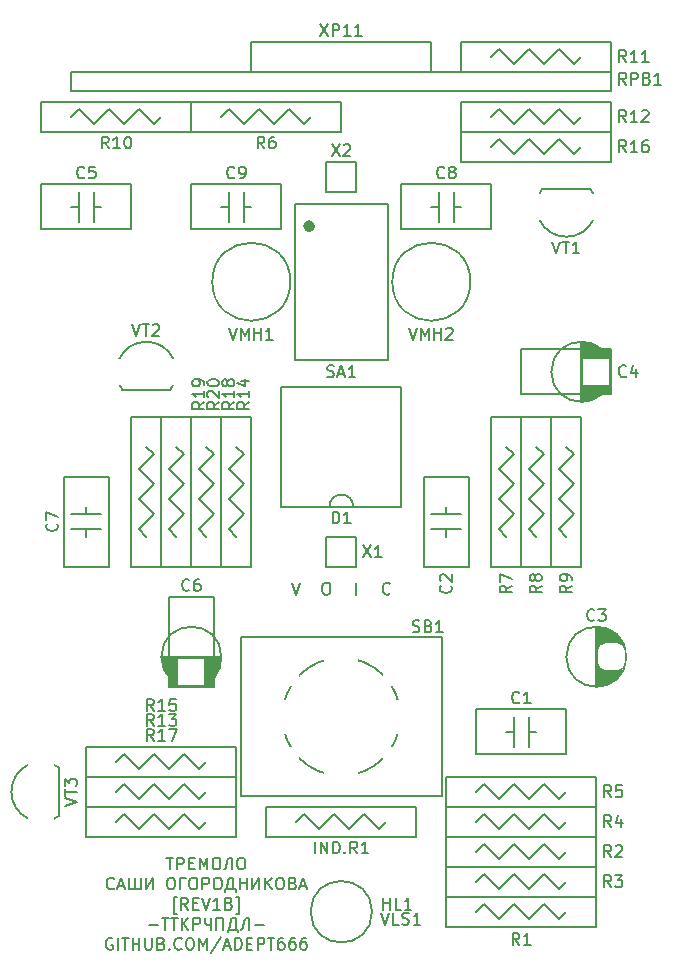
<source format=gbr>
G04 #@! TF.GenerationSoftware,KiCad,Pcbnew,5.1.6-c6e7f7d~87~ubuntu19.10.1*
G04 #@! TF.CreationDate,2022-03-29T21:36:28+06:00*
G04 #@! TF.ProjectId,__________________________r1b,4240353c-3e3b-43e5-9f41-3048385f3e33,1B*
G04 #@! TF.SameCoordinates,Original*
G04 #@! TF.FileFunction,Legend,Top*
G04 #@! TF.FilePolarity,Positive*
%FSLAX46Y46*%
G04 Gerber Fmt 4.6, Leading zero omitted, Abs format (unit mm)*
G04 Created by KiCad (PCBNEW 5.1.6-c6e7f7d~87~ubuntu19.10.1) date 2022-03-29 21:36:28*
%MOMM*%
%LPD*%
G01*
G04 APERTURE LIST*
%ADD10C,0.200000*%
%ADD11C,0.100000*%
%ADD12C,0.500000*%
%ADD13R,2.900000X2.900000*%
%ADD14C,6.400000*%
%ADD15R,2.300000X2.300000*%
%ADD16C,2.300000*%
%ADD17R,3.400000X3.400000*%
G04 APERTURE END LIST*
D10*
X109529523Y-173712142D02*
X109481904Y-173759761D01*
X109339047Y-173807380D01*
X109243809Y-173807380D01*
X109100952Y-173759761D01*
X109005714Y-173664523D01*
X108958095Y-173569285D01*
X108910476Y-173378809D01*
X108910476Y-173235952D01*
X108958095Y-173045476D01*
X109005714Y-172950238D01*
X109100952Y-172855000D01*
X109243809Y-172807380D01*
X109339047Y-172807380D01*
X109481904Y-172855000D01*
X109529523Y-172902619D01*
X106680000Y-173807380D02*
X106680000Y-172807380D01*
X104044761Y-172807380D02*
X104235238Y-172807380D01*
X104330476Y-172855000D01*
X104425714Y-172950238D01*
X104473333Y-173140714D01*
X104473333Y-173474047D01*
X104425714Y-173664523D01*
X104330476Y-173759761D01*
X104235238Y-173807380D01*
X104044761Y-173807380D01*
X103949523Y-173759761D01*
X103854285Y-173664523D01*
X103806666Y-173474047D01*
X103806666Y-173140714D01*
X103854285Y-172950238D01*
X103949523Y-172855000D01*
X104044761Y-172807380D01*
X101266666Y-172807380D02*
X101600000Y-173807380D01*
X101933333Y-172807380D01*
X90599047Y-196077380D02*
X91170476Y-196077380D01*
X90884761Y-197077380D02*
X90884761Y-196077380D01*
X91503809Y-197077380D02*
X91503809Y-196077380D01*
X91884761Y-196077380D01*
X91980000Y-196125000D01*
X92027619Y-196172619D01*
X92075238Y-196267857D01*
X92075238Y-196410714D01*
X92027619Y-196505952D01*
X91980000Y-196553571D01*
X91884761Y-196601190D01*
X91503809Y-196601190D01*
X92503809Y-196553571D02*
X92837142Y-196553571D01*
X92980000Y-197077380D02*
X92503809Y-197077380D01*
X92503809Y-196077380D01*
X92980000Y-196077380D01*
X93408571Y-197077380D02*
X93408571Y-196077380D01*
X93741904Y-196791666D01*
X94075238Y-196077380D01*
X94075238Y-197077380D01*
X94741904Y-196077380D02*
X94932380Y-196077380D01*
X95027619Y-196125000D01*
X95122857Y-196220238D01*
X95170476Y-196410714D01*
X95170476Y-196744047D01*
X95122857Y-196934523D01*
X95027619Y-197029761D01*
X94932380Y-197077380D01*
X94741904Y-197077380D01*
X94646666Y-197029761D01*
X94551428Y-196934523D01*
X94503809Y-196744047D01*
X94503809Y-196410714D01*
X94551428Y-196220238D01*
X94646666Y-196125000D01*
X94741904Y-196077380D01*
X96170476Y-197077380D02*
X96170476Y-196077380D01*
X96027619Y-196077380D01*
X95884761Y-196125000D01*
X95789523Y-196220238D01*
X95741904Y-196363095D01*
X95646666Y-196934523D01*
X95599047Y-197029761D01*
X95503809Y-197077380D01*
X95456190Y-197077380D01*
X96837142Y-196077380D02*
X97027619Y-196077380D01*
X97122857Y-196125000D01*
X97218095Y-196220238D01*
X97265714Y-196410714D01*
X97265714Y-196744047D01*
X97218095Y-196934523D01*
X97122857Y-197029761D01*
X97027619Y-197077380D01*
X96837142Y-197077380D01*
X96741904Y-197029761D01*
X96646666Y-196934523D01*
X96599047Y-196744047D01*
X96599047Y-196410714D01*
X96646666Y-196220238D01*
X96741904Y-196125000D01*
X96837142Y-196077380D01*
X86170476Y-198682142D02*
X86122857Y-198729761D01*
X85980000Y-198777380D01*
X85884761Y-198777380D01*
X85741904Y-198729761D01*
X85646666Y-198634523D01*
X85599047Y-198539285D01*
X85551428Y-198348809D01*
X85551428Y-198205952D01*
X85599047Y-198015476D01*
X85646666Y-197920238D01*
X85741904Y-197825000D01*
X85884761Y-197777380D01*
X85980000Y-197777380D01*
X86122857Y-197825000D01*
X86170476Y-197872619D01*
X86551428Y-198491666D02*
X87027619Y-198491666D01*
X86456190Y-198777380D02*
X86789523Y-197777380D01*
X87122857Y-198777380D01*
X87932380Y-197777380D02*
X87932380Y-198777380D01*
X87456190Y-197777380D02*
X87456190Y-198777380D01*
X88408571Y-198777380D01*
X88408571Y-197777380D01*
X88884761Y-197777380D02*
X88884761Y-198777380D01*
X89456190Y-197777380D01*
X89456190Y-198777380D01*
X90884761Y-197777380D02*
X91075238Y-197777380D01*
X91170476Y-197825000D01*
X91265714Y-197920238D01*
X91313333Y-198110714D01*
X91313333Y-198444047D01*
X91265714Y-198634523D01*
X91170476Y-198729761D01*
X91075238Y-198777380D01*
X90884761Y-198777380D01*
X90789523Y-198729761D01*
X90694285Y-198634523D01*
X90646666Y-198444047D01*
X90646666Y-198110714D01*
X90694285Y-197920238D01*
X90789523Y-197825000D01*
X90884761Y-197777380D01*
X91741904Y-198777380D02*
X91741904Y-197777380D01*
X92265714Y-197777380D01*
X92789523Y-197777380D02*
X92980000Y-197777380D01*
X93075238Y-197825000D01*
X93170476Y-197920238D01*
X93218095Y-198110714D01*
X93218095Y-198444047D01*
X93170476Y-198634523D01*
X93075238Y-198729761D01*
X92980000Y-198777380D01*
X92789523Y-198777380D01*
X92694285Y-198729761D01*
X92599047Y-198634523D01*
X92551428Y-198444047D01*
X92551428Y-198110714D01*
X92599047Y-197920238D01*
X92694285Y-197825000D01*
X92789523Y-197777380D01*
X93646666Y-198777380D02*
X93646666Y-197777380D01*
X94027619Y-197777380D01*
X94122857Y-197825000D01*
X94170476Y-197872619D01*
X94218095Y-197967857D01*
X94218095Y-198110714D01*
X94170476Y-198205952D01*
X94122857Y-198253571D01*
X94027619Y-198301190D01*
X93646666Y-198301190D01*
X94837142Y-197777380D02*
X95027619Y-197777380D01*
X95122857Y-197825000D01*
X95218095Y-197920238D01*
X95265714Y-198110714D01*
X95265714Y-198444047D01*
X95218095Y-198634523D01*
X95122857Y-198729761D01*
X95027619Y-198777380D01*
X94837142Y-198777380D01*
X94741904Y-198729761D01*
X94646666Y-198634523D01*
X94599047Y-198444047D01*
X94599047Y-198110714D01*
X94646666Y-197920238D01*
X94741904Y-197825000D01*
X94837142Y-197777380D01*
X96456190Y-199015476D02*
X96456190Y-198777380D01*
X95599047Y-198777380D01*
X95599047Y-199015476D01*
X96265714Y-198777380D02*
X96265714Y-197777380D01*
X96027619Y-197777380D01*
X95932380Y-197825000D01*
X95884761Y-197872619D01*
X95837142Y-197967857D01*
X95741904Y-198777380D01*
X96837142Y-198777380D02*
X96837142Y-197777380D01*
X96837142Y-198253571D02*
X97408571Y-198253571D01*
X97408571Y-198777380D02*
X97408571Y-197777380D01*
X97884761Y-197777380D02*
X97884761Y-198777380D01*
X98456190Y-197777380D01*
X98456190Y-198777380D01*
X98932380Y-198777380D02*
X98932380Y-197777380D01*
X99503809Y-198777380D02*
X99075238Y-198205952D01*
X99503809Y-197777380D02*
X98932380Y-198348809D01*
X100122857Y-197777380D02*
X100313333Y-197777380D01*
X100408571Y-197825000D01*
X100503809Y-197920238D01*
X100551428Y-198110714D01*
X100551428Y-198444047D01*
X100503809Y-198634523D01*
X100408571Y-198729761D01*
X100313333Y-198777380D01*
X100122857Y-198777380D01*
X100027619Y-198729761D01*
X99932380Y-198634523D01*
X99884761Y-198444047D01*
X99884761Y-198110714D01*
X99932380Y-197920238D01*
X100027619Y-197825000D01*
X100122857Y-197777380D01*
X101313333Y-198253571D02*
X101456190Y-198301190D01*
X101503809Y-198348809D01*
X101551428Y-198444047D01*
X101551428Y-198586904D01*
X101503809Y-198682142D01*
X101456190Y-198729761D01*
X101360952Y-198777380D01*
X100980000Y-198777380D01*
X100980000Y-197777380D01*
X101313333Y-197777380D01*
X101408571Y-197825000D01*
X101456190Y-197872619D01*
X101503809Y-197967857D01*
X101503809Y-198063095D01*
X101456190Y-198158333D01*
X101408571Y-198205952D01*
X101313333Y-198253571D01*
X100980000Y-198253571D01*
X101932380Y-198491666D02*
X102408571Y-198491666D01*
X101837142Y-198777380D02*
X102170476Y-197777380D01*
X102503809Y-198777380D01*
X91480000Y-200810714D02*
X91241904Y-200810714D01*
X91241904Y-199382142D01*
X91480000Y-199382142D01*
X92432380Y-200477380D02*
X92099047Y-200001190D01*
X91860952Y-200477380D02*
X91860952Y-199477380D01*
X92241904Y-199477380D01*
X92337142Y-199525000D01*
X92384761Y-199572619D01*
X92432380Y-199667857D01*
X92432380Y-199810714D01*
X92384761Y-199905952D01*
X92337142Y-199953571D01*
X92241904Y-200001190D01*
X91860952Y-200001190D01*
X92860952Y-199953571D02*
X93194285Y-199953571D01*
X93337142Y-200477380D02*
X92860952Y-200477380D01*
X92860952Y-199477380D01*
X93337142Y-199477380D01*
X93622857Y-199477380D02*
X93956190Y-200477380D01*
X94289523Y-199477380D01*
X95146666Y-200477380D02*
X94575238Y-200477380D01*
X94860952Y-200477380D02*
X94860952Y-199477380D01*
X94765714Y-199620238D01*
X94670476Y-199715476D01*
X94575238Y-199763095D01*
X95908571Y-199953571D02*
X96051428Y-200001190D01*
X96099047Y-200048809D01*
X96146666Y-200144047D01*
X96146666Y-200286904D01*
X96099047Y-200382142D01*
X96051428Y-200429761D01*
X95956190Y-200477380D01*
X95575238Y-200477380D01*
X95575238Y-199477380D01*
X95908571Y-199477380D01*
X96003809Y-199525000D01*
X96051428Y-199572619D01*
X96099047Y-199667857D01*
X96099047Y-199763095D01*
X96051428Y-199858333D01*
X96003809Y-199905952D01*
X95908571Y-199953571D01*
X95575238Y-199953571D01*
X96480000Y-200810714D02*
X96718095Y-200810714D01*
X96718095Y-199382142D01*
X96480000Y-199382142D01*
X89122857Y-201796428D02*
X89884761Y-201796428D01*
X90218095Y-201177380D02*
X90789523Y-201177380D01*
X90503809Y-202177380D02*
X90503809Y-201177380D01*
X90980000Y-201177380D02*
X91551428Y-201177380D01*
X91265714Y-202177380D02*
X91265714Y-201177380D01*
X91884761Y-202177380D02*
X91884761Y-201177380D01*
X92456190Y-202177380D02*
X92027619Y-201605952D01*
X92456190Y-201177380D02*
X91884761Y-201748809D01*
X92884761Y-202177380D02*
X92884761Y-201177380D01*
X93265714Y-201177380D01*
X93360952Y-201225000D01*
X93408571Y-201272619D01*
X93456190Y-201367857D01*
X93456190Y-201510714D01*
X93408571Y-201605952D01*
X93360952Y-201653571D01*
X93265714Y-201701190D01*
X92884761Y-201701190D01*
X94360952Y-201177380D02*
X94360952Y-202177380D01*
X93837142Y-201177380D02*
X93837142Y-201558333D01*
X93884761Y-201653571D01*
X93932380Y-201701190D01*
X94027619Y-201748809D01*
X94360952Y-201748809D01*
X94837142Y-202177380D02*
X94837142Y-201177380D01*
X95408571Y-201177380D01*
X95408571Y-202177380D01*
X96646666Y-202415476D02*
X96646666Y-202177380D01*
X95789523Y-202177380D01*
X95789523Y-202415476D01*
X96456190Y-202177380D02*
X96456190Y-201177380D01*
X96218095Y-201177380D01*
X96122857Y-201225000D01*
X96075238Y-201272619D01*
X96027619Y-201367857D01*
X95932380Y-202177380D01*
X97599047Y-202177380D02*
X97599047Y-201177380D01*
X97456190Y-201177380D01*
X97313333Y-201225000D01*
X97218095Y-201320238D01*
X97170476Y-201463095D01*
X97075238Y-202034523D01*
X97027619Y-202129761D01*
X96932380Y-202177380D01*
X96884761Y-202177380D01*
X98075238Y-201796428D02*
X98837142Y-201796428D01*
X86027619Y-202925000D02*
X85932380Y-202877380D01*
X85789523Y-202877380D01*
X85646666Y-202925000D01*
X85551428Y-203020238D01*
X85503809Y-203115476D01*
X85456190Y-203305952D01*
X85456190Y-203448809D01*
X85503809Y-203639285D01*
X85551428Y-203734523D01*
X85646666Y-203829761D01*
X85789523Y-203877380D01*
X85884761Y-203877380D01*
X86027619Y-203829761D01*
X86075238Y-203782142D01*
X86075238Y-203448809D01*
X85884761Y-203448809D01*
X86503809Y-203877380D02*
X86503809Y-202877380D01*
X86837142Y-202877380D02*
X87408571Y-202877380D01*
X87122857Y-203877380D02*
X87122857Y-202877380D01*
X87741904Y-203877380D02*
X87741904Y-202877380D01*
X87741904Y-203353571D02*
X88313333Y-203353571D01*
X88313333Y-203877380D02*
X88313333Y-202877380D01*
X88789523Y-202877380D02*
X88789523Y-203686904D01*
X88837142Y-203782142D01*
X88884761Y-203829761D01*
X88980000Y-203877380D01*
X89170476Y-203877380D01*
X89265714Y-203829761D01*
X89313333Y-203782142D01*
X89360952Y-203686904D01*
X89360952Y-202877380D01*
X90170476Y-203353571D02*
X90313333Y-203401190D01*
X90360952Y-203448809D01*
X90408571Y-203544047D01*
X90408571Y-203686904D01*
X90360952Y-203782142D01*
X90313333Y-203829761D01*
X90218095Y-203877380D01*
X89837142Y-203877380D01*
X89837142Y-202877380D01*
X90170476Y-202877380D01*
X90265714Y-202925000D01*
X90313333Y-202972619D01*
X90360952Y-203067857D01*
X90360952Y-203163095D01*
X90313333Y-203258333D01*
X90265714Y-203305952D01*
X90170476Y-203353571D01*
X89837142Y-203353571D01*
X90837142Y-203782142D02*
X90884761Y-203829761D01*
X90837142Y-203877380D01*
X90789523Y-203829761D01*
X90837142Y-203782142D01*
X90837142Y-203877380D01*
X91884761Y-203782142D02*
X91837142Y-203829761D01*
X91694285Y-203877380D01*
X91599047Y-203877380D01*
X91456190Y-203829761D01*
X91360952Y-203734523D01*
X91313333Y-203639285D01*
X91265714Y-203448809D01*
X91265714Y-203305952D01*
X91313333Y-203115476D01*
X91360952Y-203020238D01*
X91456190Y-202925000D01*
X91599047Y-202877380D01*
X91694285Y-202877380D01*
X91837142Y-202925000D01*
X91884761Y-202972619D01*
X92503809Y-202877380D02*
X92694285Y-202877380D01*
X92789523Y-202925000D01*
X92884761Y-203020238D01*
X92932380Y-203210714D01*
X92932380Y-203544047D01*
X92884761Y-203734523D01*
X92789523Y-203829761D01*
X92694285Y-203877380D01*
X92503809Y-203877380D01*
X92408571Y-203829761D01*
X92313333Y-203734523D01*
X92265714Y-203544047D01*
X92265714Y-203210714D01*
X92313333Y-203020238D01*
X92408571Y-202925000D01*
X92503809Y-202877380D01*
X93360952Y-203877380D02*
X93360952Y-202877380D01*
X93694285Y-203591666D01*
X94027619Y-202877380D01*
X94027619Y-203877380D01*
X95218095Y-202829761D02*
X94360952Y-204115476D01*
X95503809Y-203591666D02*
X95980000Y-203591666D01*
X95408571Y-203877380D02*
X95741904Y-202877380D01*
X96075238Y-203877380D01*
X96408571Y-203877380D02*
X96408571Y-202877380D01*
X96646666Y-202877380D01*
X96789523Y-202925000D01*
X96884761Y-203020238D01*
X96932380Y-203115476D01*
X96980000Y-203305952D01*
X96980000Y-203448809D01*
X96932380Y-203639285D01*
X96884761Y-203734523D01*
X96789523Y-203829761D01*
X96646666Y-203877380D01*
X96408571Y-203877380D01*
X97408571Y-203353571D02*
X97741904Y-203353571D01*
X97884761Y-203877380D02*
X97408571Y-203877380D01*
X97408571Y-202877380D01*
X97884761Y-202877380D01*
X98313333Y-203877380D02*
X98313333Y-202877380D01*
X98694285Y-202877380D01*
X98789523Y-202925000D01*
X98837142Y-202972619D01*
X98884761Y-203067857D01*
X98884761Y-203210714D01*
X98837142Y-203305952D01*
X98789523Y-203353571D01*
X98694285Y-203401190D01*
X98313333Y-203401190D01*
X99170476Y-202877380D02*
X99741904Y-202877380D01*
X99456190Y-203877380D02*
X99456190Y-202877380D01*
X100503809Y-202877380D02*
X100313333Y-202877380D01*
X100218095Y-202925000D01*
X100170476Y-202972619D01*
X100075238Y-203115476D01*
X100027619Y-203305952D01*
X100027619Y-203686904D01*
X100075238Y-203782142D01*
X100122857Y-203829761D01*
X100218095Y-203877380D01*
X100408571Y-203877380D01*
X100503809Y-203829761D01*
X100551428Y-203782142D01*
X100599047Y-203686904D01*
X100599047Y-203448809D01*
X100551428Y-203353571D01*
X100503809Y-203305952D01*
X100408571Y-203258333D01*
X100218095Y-203258333D01*
X100122857Y-203305952D01*
X100075238Y-203353571D01*
X100027619Y-203448809D01*
X101456190Y-202877380D02*
X101265714Y-202877380D01*
X101170476Y-202925000D01*
X101122857Y-202972619D01*
X101027619Y-203115476D01*
X100980000Y-203305952D01*
X100980000Y-203686904D01*
X101027619Y-203782142D01*
X101075238Y-203829761D01*
X101170476Y-203877380D01*
X101360952Y-203877380D01*
X101456190Y-203829761D01*
X101503809Y-203782142D01*
X101551428Y-203686904D01*
X101551428Y-203448809D01*
X101503809Y-203353571D01*
X101456190Y-203305952D01*
X101360952Y-203258333D01*
X101170476Y-203258333D01*
X101075238Y-203305952D01*
X101027619Y-203353571D01*
X100980000Y-203448809D01*
X102408571Y-202877380D02*
X102218095Y-202877380D01*
X102122857Y-202925000D01*
X102075238Y-202972619D01*
X101980000Y-203115476D01*
X101932380Y-203305952D01*
X101932380Y-203686904D01*
X101980000Y-203782142D01*
X102027619Y-203829761D01*
X102122857Y-203877380D01*
X102313333Y-203877380D01*
X102408571Y-203829761D01*
X102456190Y-203782142D01*
X102503809Y-203686904D01*
X102503809Y-203448809D01*
X102456190Y-203353571D01*
X102408571Y-203305952D01*
X102313333Y-203258333D01*
X102122857Y-203258333D01*
X102027619Y-203305952D01*
X101980000Y-203353571D01*
X101932380Y-203448809D01*
X113910000Y-177400000D02*
X113910000Y-190900000D01*
X96910000Y-177400000D02*
X96910000Y-190900000D01*
X96910000Y-190900000D02*
X113910000Y-190900000D01*
X96910000Y-177400000D02*
X113910000Y-177400000D01*
X110410000Y-184150000D02*
G75*
G03*
X110410000Y-184150000I-5000000J0D01*
G01*
X101092000Y-147320000D02*
G75*
G03*
X101092000Y-147320000I-3302000J0D01*
G01*
X116332000Y-147320000D02*
G75*
G03*
X116332000Y-147320000I-3302000J0D01*
G01*
X125095000Y-128905000D02*
X125730000Y-128270000D01*
X123825000Y-127635000D02*
X125095000Y-128905000D01*
X122555000Y-128905000D02*
X123825000Y-127635000D01*
X121285000Y-127635000D02*
X122555000Y-128905000D01*
X120015000Y-128905000D02*
X121285000Y-127635000D01*
X118745000Y-127635000D02*
X120015000Y-128905000D01*
X118110000Y-128270000D02*
X118745000Y-127635000D01*
X128270000Y-127000000D02*
X128270000Y-129540000D01*
X115570000Y-127000000D02*
X115570000Y-129540000D01*
X115570000Y-129540000D02*
X128270000Y-129540000D01*
X115570000Y-127000000D02*
X128270000Y-127000000D01*
X125730000Y-152400000D02*
X125730000Y-157480000D01*
D11*
G36*
X128270000Y-156845000D02*
G01*
X127508000Y-156845000D01*
X126619000Y-157353000D01*
X125730000Y-157480000D01*
X125730000Y-152400000D01*
X126619000Y-152527000D01*
X127508000Y-153035000D01*
X128270000Y-153035000D01*
X128270000Y-156845000D01*
G37*
X128270000Y-156845000D02*
X127508000Y-156845000D01*
X126619000Y-157353000D01*
X125730000Y-157480000D01*
X125730000Y-152400000D01*
X126619000Y-152527000D01*
X127508000Y-153035000D01*
X128270000Y-153035000D01*
X128270000Y-156845000D01*
D10*
X128270000Y-154940000D02*
G75*
G03*
X128270000Y-154940000I-2540000J0D01*
G01*
X128270000Y-153035000D02*
X128270000Y-156845000D01*
X120650000Y-153035000D02*
X120650000Y-156845000D01*
X120650000Y-153035000D02*
X128270000Y-153035000D01*
X120650000Y-156845000D02*
X128270000Y-156845000D01*
X127000000Y-201930000D02*
X114300000Y-201930000D01*
X127000000Y-199390000D02*
X114300000Y-199390000D01*
X127000000Y-201930000D02*
X127000000Y-199390000D01*
X114300000Y-201930000D02*
X114300000Y-199390000D01*
X124460000Y-200660000D02*
X123825000Y-201295000D01*
X123825000Y-201295000D02*
X122555000Y-200025000D01*
X122555000Y-200025000D02*
X121285000Y-201295000D01*
X121285000Y-201295000D02*
X120015000Y-200025000D01*
X120015000Y-200025000D02*
X118745000Y-201295000D01*
X118745000Y-201295000D02*
X117475000Y-200025000D01*
X117475000Y-200025000D02*
X116840000Y-200660000D01*
X95250000Y-179070000D02*
X90170000Y-179070000D01*
D11*
G36*
X90805000Y-181610000D02*
G01*
X90805000Y-180848000D01*
X90297000Y-179959000D01*
X90170000Y-179070000D01*
X95250000Y-179070000D01*
X95123000Y-179959000D01*
X94615000Y-180848000D01*
X94615000Y-181610000D01*
X90805000Y-181610000D01*
G37*
X90805000Y-181610000D02*
X90805000Y-180848000D01*
X90297000Y-179959000D01*
X90170000Y-179070000D01*
X95250000Y-179070000D01*
X95123000Y-179959000D01*
X94615000Y-180848000D01*
X94615000Y-181610000D01*
X90805000Y-181610000D01*
D10*
X95250000Y-179070000D02*
G75*
G03*
X95250000Y-179070000I-2540000J0D01*
G01*
X94615000Y-181610000D02*
X90805000Y-181610000D01*
X94615000Y-173990000D02*
X90805000Y-173990000D01*
X94615000Y-173990000D02*
X94615000Y-181610000D01*
X90805000Y-173990000D02*
X90805000Y-181610000D01*
X82550000Y-129540000D02*
X82550000Y-131140000D01*
X128270000Y-129540000D02*
X128270000Y-131140000D01*
X97790000Y-127000000D02*
X97790000Y-129540000D01*
X97790000Y-127000000D02*
X113030000Y-127000000D01*
X82550000Y-129540000D02*
X128270000Y-129540000D01*
X82550000Y-131140000D02*
X128270000Y-131140000D01*
X113030000Y-127000000D02*
X113030000Y-129540000D01*
X81535000Y-192531250D02*
X81535000Y-188468750D01*
X81535000Y-192531250D02*
G75*
G02*
X81535000Y-188468750I-1525000J2031250D01*
G01*
X86868750Y-156465000D02*
X90931250Y-156465000D01*
X86868750Y-156465000D02*
G75*
G02*
X90931250Y-156465000I2031250J1525000D01*
G01*
X126491250Y-139445000D02*
X122428750Y-139445000D01*
X126491250Y-139445000D02*
G75*
G02*
X122428750Y-139445000I-2031250J-1525000D01*
G01*
X106680000Y-137160000D02*
X106680000Y-139700000D01*
X104140000Y-137160000D02*
X104140000Y-139700000D01*
X104140000Y-139700000D02*
X106680000Y-139700000D01*
X104140000Y-137160000D02*
X106680000Y-137160000D01*
X101460000Y-140720000D02*
X109360000Y-140720000D01*
X101460000Y-153920000D02*
X109360000Y-153920000D01*
X101460000Y-140720000D02*
X101460000Y-153920000D01*
X109360000Y-140720000D02*
X109360000Y-153920000D01*
D12*
X102935000Y-142620000D02*
G75*
G03*
X102935000Y-142620000I-250000J0D01*
G01*
D10*
X118110000Y-171450000D02*
X118110000Y-158750000D01*
X120650000Y-171450000D02*
X120650000Y-158750000D01*
X118110000Y-171450000D02*
X120650000Y-171450000D01*
X118110000Y-158750000D02*
X120650000Y-158750000D01*
X119380000Y-168910000D02*
X118745000Y-168275000D01*
X118745000Y-168275000D02*
X120015000Y-167005000D01*
X120015000Y-167005000D02*
X118745000Y-165735000D01*
X118745000Y-165735000D02*
X120015000Y-164465000D01*
X120015000Y-164465000D02*
X118745000Y-163195000D01*
X118745000Y-163195000D02*
X120015000Y-161925000D01*
X120015000Y-161925000D02*
X119380000Y-161290000D01*
X93345000Y-193675000D02*
X93980000Y-193040000D01*
X92075000Y-192405000D02*
X93345000Y-193675000D01*
X90805000Y-193675000D02*
X92075000Y-192405000D01*
X89535000Y-192405000D02*
X90805000Y-193675000D01*
X88265000Y-193675000D02*
X89535000Y-192405000D01*
X86995000Y-192405000D02*
X88265000Y-193675000D01*
X86360000Y-193040000D02*
X86995000Y-192405000D01*
X96520000Y-191770000D02*
X96520000Y-194310000D01*
X83820000Y-191770000D02*
X83820000Y-194310000D01*
X83820000Y-194310000D02*
X96520000Y-194310000D01*
X83820000Y-191770000D02*
X96520000Y-191770000D01*
X123825000Y-191135000D02*
X124460000Y-190500000D01*
X122555000Y-189865000D02*
X123825000Y-191135000D01*
X121285000Y-191135000D02*
X122555000Y-189865000D01*
X120015000Y-189865000D02*
X121285000Y-191135000D01*
X118745000Y-191135000D02*
X120015000Y-189865000D01*
X117475000Y-189865000D02*
X118745000Y-191135000D01*
X116840000Y-190500000D02*
X117475000Y-189865000D01*
X127000000Y-189230000D02*
X127000000Y-191770000D01*
X114300000Y-189230000D02*
X114300000Y-191770000D01*
X114300000Y-191770000D02*
X127000000Y-191770000D01*
X114300000Y-189230000D02*
X127000000Y-189230000D01*
X117475000Y-192405000D02*
X116840000Y-193040000D01*
X118745000Y-193675000D02*
X117475000Y-192405000D01*
X120015000Y-192405000D02*
X118745000Y-193675000D01*
X121285000Y-193675000D02*
X120015000Y-192405000D01*
X122555000Y-192405000D02*
X121285000Y-193675000D01*
X123825000Y-193675000D02*
X122555000Y-192405000D01*
X124460000Y-193040000D02*
X123825000Y-193675000D01*
X114300000Y-194310000D02*
X114300000Y-191770000D01*
X127000000Y-194310000D02*
X127000000Y-191770000D01*
X127000000Y-191770000D02*
X114300000Y-191770000D01*
X127000000Y-194310000D02*
X114300000Y-194310000D01*
X125095000Y-161925000D02*
X124460000Y-161290000D01*
X123825000Y-163195000D02*
X125095000Y-161925000D01*
X125095000Y-164465000D02*
X123825000Y-163195000D01*
X123825000Y-165735000D02*
X125095000Y-164465000D01*
X125095000Y-167005000D02*
X123825000Y-165735000D01*
X123825000Y-168275000D02*
X125095000Y-167005000D01*
X124460000Y-168910000D02*
X123825000Y-168275000D01*
X123190000Y-158750000D02*
X125730000Y-158750000D01*
X123190000Y-171450000D02*
X125730000Y-171450000D01*
X125730000Y-171450000D02*
X125730000Y-158750000D01*
X123190000Y-171450000D02*
X123190000Y-158750000D01*
X120650000Y-171450000D02*
X120650000Y-158750000D01*
X123190000Y-171450000D02*
X123190000Y-158750000D01*
X120650000Y-171450000D02*
X123190000Y-171450000D01*
X120650000Y-158750000D02*
X123190000Y-158750000D01*
X121920000Y-168910000D02*
X121285000Y-168275000D01*
X121285000Y-168275000D02*
X122555000Y-167005000D01*
X122555000Y-167005000D02*
X121285000Y-165735000D01*
X121285000Y-165735000D02*
X122555000Y-164465000D01*
X122555000Y-164465000D02*
X121285000Y-163195000D01*
X121285000Y-163195000D02*
X122555000Y-161925000D01*
X122555000Y-161925000D02*
X121920000Y-161290000D01*
G36*
X127000000Y-176530000D02*
G01*
X127762000Y-176657000D01*
X128905000Y-177419000D01*
X129540000Y-179070000D01*
X128905000Y-180721000D01*
X127762000Y-181483000D01*
X127000000Y-181610000D01*
X127000000Y-176530000D01*
G37*
X127000000Y-176530000D02*
X127762000Y-176657000D01*
X128905000Y-177419000D01*
X129540000Y-179070000D01*
X128905000Y-180721000D01*
X127762000Y-181483000D01*
X127000000Y-181610000D01*
X127000000Y-176530000D01*
X129540000Y-179070000D02*
G75*
G03*
X129540000Y-179070000I-2540000J0D01*
G01*
X108010000Y-200660000D02*
G75*
G03*
X108010000Y-200660000I-2600000J0D01*
G01*
X92710000Y-132080000D02*
X105410000Y-132080000D01*
X92710000Y-134620000D02*
X105410000Y-134620000D01*
X92710000Y-132080000D02*
X92710000Y-134620000D01*
X105410000Y-132080000D02*
X105410000Y-134620000D01*
X95250000Y-133350000D02*
X95885000Y-132715000D01*
X95885000Y-132715000D02*
X97155000Y-133985000D01*
X97155000Y-133985000D02*
X98425000Y-132715000D01*
X98425000Y-132715000D02*
X99695000Y-133985000D01*
X99695000Y-133985000D02*
X100965000Y-132715000D01*
X100965000Y-132715000D02*
X102235000Y-133985000D01*
X102235000Y-133985000D02*
X102870000Y-133350000D01*
X89535000Y-133985000D02*
X90170000Y-133350000D01*
X88265000Y-132715000D02*
X89535000Y-133985000D01*
X86995000Y-133985000D02*
X88265000Y-132715000D01*
X85725000Y-132715000D02*
X86995000Y-133985000D01*
X84455000Y-133985000D02*
X85725000Y-132715000D01*
X83185000Y-132715000D02*
X84455000Y-133985000D01*
X82550000Y-133350000D02*
X83185000Y-132715000D01*
X92710000Y-132080000D02*
X92710000Y-134620000D01*
X80010000Y-132080000D02*
X80010000Y-134620000D01*
X80010000Y-134620000D02*
X92710000Y-134620000D01*
X80010000Y-132080000D02*
X92710000Y-132080000D01*
X118745000Y-132715000D02*
X118110000Y-133350000D01*
X120015000Y-133985000D02*
X118745000Y-132715000D01*
X121285000Y-132715000D02*
X120015000Y-133985000D01*
X122555000Y-133985000D02*
X121285000Y-132715000D01*
X123825000Y-132715000D02*
X122555000Y-133985000D01*
X125095000Y-133985000D02*
X123825000Y-132715000D01*
X125730000Y-133350000D02*
X125095000Y-133985000D01*
X115570000Y-134620000D02*
X115570000Y-132080000D01*
X128270000Y-134620000D02*
X128270000Y-132080000D01*
X128270000Y-132080000D02*
X115570000Y-132080000D01*
X128270000Y-134620000D02*
X115570000Y-134620000D01*
X117475000Y-194945000D02*
X116840000Y-195580000D01*
X118745000Y-196215000D02*
X117475000Y-194945000D01*
X120015000Y-194945000D02*
X118745000Y-196215000D01*
X121285000Y-196215000D02*
X120015000Y-194945000D01*
X122555000Y-194945000D02*
X121285000Y-196215000D01*
X123825000Y-196215000D02*
X122555000Y-194945000D01*
X124460000Y-195580000D02*
X123825000Y-196215000D01*
X114300000Y-196850000D02*
X114300000Y-194310000D01*
X127000000Y-196850000D02*
X127000000Y-194310000D01*
X127000000Y-194310000D02*
X114300000Y-194310000D01*
X127000000Y-196850000D02*
X114300000Y-196850000D01*
X123825000Y-198755000D02*
X124460000Y-198120000D01*
X122555000Y-197485000D02*
X123825000Y-198755000D01*
X121285000Y-198755000D02*
X122555000Y-197485000D01*
X120015000Y-197485000D02*
X121285000Y-198755000D01*
X118745000Y-198755000D02*
X120015000Y-197485000D01*
X117475000Y-197485000D02*
X118745000Y-198755000D01*
X116840000Y-198120000D02*
X117475000Y-197485000D01*
X127000000Y-196850000D02*
X127000000Y-199390000D01*
X114300000Y-196850000D02*
X114300000Y-199390000D01*
X114300000Y-199390000D02*
X127000000Y-199390000D01*
X114300000Y-196850000D02*
X127000000Y-196850000D01*
X110490000Y-166370000D02*
X110490000Y-156210000D01*
X110490000Y-156210000D02*
X100330000Y-156210000D01*
X110490000Y-166370000D02*
X100330000Y-166370000D01*
X100330000Y-166370000D02*
X100330000Y-156210000D01*
X106426000Y-166370000D02*
G75*
G03*
X104394000Y-166370000I-1016000J0D01*
G01*
X116205000Y-163830000D02*
X116205000Y-171450000D01*
X112395000Y-163830000D02*
X112395000Y-171450000D01*
X116205000Y-163830000D02*
X112395000Y-163830000D01*
X116205000Y-171450000D02*
X112395000Y-171450000D01*
X114300000Y-166370000D02*
X114300000Y-167005000D01*
X114300000Y-168275000D02*
X114300000Y-168910000D01*
X115570000Y-167005000D02*
X113030000Y-167005000D01*
X115570000Y-168275000D02*
X113030000Y-168275000D01*
X121285000Y-184150000D02*
X121285000Y-186690000D01*
X120015000Y-184150000D02*
X120015000Y-186690000D01*
X121285000Y-185420000D02*
X121920000Y-185420000D01*
X119380000Y-185420000D02*
X120015000Y-185420000D01*
X124460000Y-183515000D02*
X124460000Y-187325000D01*
X116840000Y-183515000D02*
X116840000Y-187325000D01*
X116840000Y-187325000D02*
X124460000Y-187325000D01*
X116840000Y-183515000D02*
X124460000Y-183515000D01*
X118745000Y-135255000D02*
X118110000Y-135890000D01*
X120015000Y-136525000D02*
X118745000Y-135255000D01*
X121285000Y-135255000D02*
X120015000Y-136525000D01*
X122555000Y-136525000D02*
X121285000Y-135255000D01*
X123825000Y-135255000D02*
X122555000Y-136525000D01*
X125095000Y-136525000D02*
X123825000Y-135255000D01*
X125730000Y-135890000D02*
X125095000Y-136525000D01*
X115570000Y-137160000D02*
X115570000Y-134620000D01*
X128270000Y-137160000D02*
X128270000Y-134620000D01*
X128270000Y-134620000D02*
X115570000Y-134620000D01*
X128270000Y-137160000D02*
X115570000Y-137160000D01*
X110490000Y-139065000D02*
X118110000Y-139065000D01*
X110490000Y-142875000D02*
X118110000Y-142875000D01*
X110490000Y-139065000D02*
X110490000Y-142875000D01*
X118110000Y-139065000D02*
X118110000Y-142875000D01*
X113030000Y-140970000D02*
X113665000Y-140970000D01*
X114935000Y-140970000D02*
X115570000Y-140970000D01*
X113665000Y-139700000D02*
X113665000Y-142240000D01*
X114935000Y-139700000D02*
X114935000Y-142240000D01*
X100330000Y-142875000D02*
X92710000Y-142875000D01*
X100330000Y-139065000D02*
X92710000Y-139065000D01*
X100330000Y-142875000D02*
X100330000Y-139065000D01*
X92710000Y-142875000D02*
X92710000Y-139065000D01*
X97790000Y-140970000D02*
X97155000Y-140970000D01*
X95885000Y-140970000D02*
X95250000Y-140970000D01*
X97155000Y-142240000D02*
X97155000Y-139700000D01*
X95885000Y-142240000D02*
X95885000Y-139700000D01*
X83820000Y-189230000D02*
X96520000Y-189230000D01*
X83820000Y-191770000D02*
X96520000Y-191770000D01*
X83820000Y-189230000D02*
X83820000Y-191770000D01*
X96520000Y-189230000D02*
X96520000Y-191770000D01*
X86360000Y-190500000D02*
X86995000Y-189865000D01*
X86995000Y-189865000D02*
X88265000Y-191135000D01*
X88265000Y-191135000D02*
X89535000Y-189865000D01*
X89535000Y-189865000D02*
X90805000Y-191135000D01*
X90805000Y-191135000D02*
X92075000Y-189865000D01*
X92075000Y-189865000D02*
X93345000Y-191135000D01*
X93345000Y-191135000D02*
X93980000Y-190500000D01*
X83820000Y-186690000D02*
X96520000Y-186690000D01*
X83820000Y-189230000D02*
X96520000Y-189230000D01*
X83820000Y-186690000D02*
X83820000Y-189230000D01*
X96520000Y-186690000D02*
X96520000Y-189230000D01*
X86360000Y-187960000D02*
X86995000Y-187325000D01*
X86995000Y-187325000D02*
X88265000Y-188595000D01*
X88265000Y-188595000D02*
X89535000Y-187325000D01*
X89535000Y-187325000D02*
X90805000Y-188595000D01*
X90805000Y-188595000D02*
X92075000Y-187325000D01*
X92075000Y-187325000D02*
X93345000Y-188595000D01*
X93345000Y-188595000D02*
X93980000Y-187960000D01*
X90805000Y-168275000D02*
X91440000Y-168910000D01*
X92075000Y-167005000D02*
X90805000Y-168275000D01*
X90805000Y-165735000D02*
X92075000Y-167005000D01*
X92075000Y-164465000D02*
X90805000Y-165735000D01*
X90805000Y-163195000D02*
X92075000Y-164465000D01*
X92075000Y-161925000D02*
X90805000Y-163195000D01*
X91440000Y-161290000D02*
X92075000Y-161925000D01*
X92710000Y-171450000D02*
X90170000Y-171450000D01*
X92710000Y-158750000D02*
X90170000Y-158750000D01*
X90170000Y-158750000D02*
X90170000Y-171450000D01*
X92710000Y-158750000D02*
X92710000Y-171450000D01*
X88265000Y-168275000D02*
X88900000Y-168910000D01*
X89535000Y-167005000D02*
X88265000Y-168275000D01*
X88265000Y-165735000D02*
X89535000Y-167005000D01*
X89535000Y-164465000D02*
X88265000Y-165735000D01*
X88265000Y-163195000D02*
X89535000Y-164465000D01*
X89535000Y-161925000D02*
X88265000Y-163195000D01*
X88900000Y-161290000D02*
X89535000Y-161925000D01*
X90170000Y-171450000D02*
X87630000Y-171450000D01*
X90170000Y-158750000D02*
X87630000Y-158750000D01*
X87630000Y-158750000D02*
X87630000Y-171450000D01*
X90170000Y-158750000D02*
X90170000Y-171450000D01*
X92710000Y-171450000D02*
X92710000Y-158750000D01*
X95250000Y-171450000D02*
X95250000Y-158750000D01*
X92710000Y-171450000D02*
X95250000Y-171450000D01*
X92710000Y-158750000D02*
X95250000Y-158750000D01*
X93980000Y-168910000D02*
X93345000Y-168275000D01*
X93345000Y-168275000D02*
X94615000Y-167005000D01*
X94615000Y-167005000D02*
X93345000Y-165735000D01*
X93345000Y-165735000D02*
X94615000Y-164465000D01*
X94615000Y-164465000D02*
X93345000Y-163195000D01*
X93345000Y-163195000D02*
X94615000Y-161925000D01*
X94615000Y-161925000D02*
X93980000Y-161290000D01*
X87630000Y-142875000D02*
X80010000Y-142875000D01*
X87630000Y-139065000D02*
X80010000Y-139065000D01*
X87630000Y-142875000D02*
X87630000Y-139065000D01*
X80010000Y-142875000D02*
X80010000Y-139065000D01*
X85090000Y-140970000D02*
X84455000Y-140970000D01*
X83185000Y-140970000D02*
X82550000Y-140970000D01*
X84455000Y-142240000D02*
X84455000Y-139700000D01*
X83185000Y-142240000D02*
X83185000Y-139700000D01*
X82550000Y-167005000D02*
X85090000Y-167005000D01*
X82550000Y-168275000D02*
X85090000Y-168275000D01*
X83820000Y-167005000D02*
X83820000Y-166370000D01*
X83820000Y-168910000D02*
X83820000Y-168275000D01*
X81915000Y-163830000D02*
X85725000Y-163830000D01*
X81915000Y-171450000D02*
X85725000Y-171450000D01*
X85725000Y-171450000D02*
X85725000Y-163830000D01*
X81915000Y-171450000D02*
X81915000Y-163830000D01*
X111760000Y-194310000D02*
X99060000Y-194310000D01*
X111760000Y-191770000D02*
X99060000Y-191770000D01*
X111760000Y-194310000D02*
X111760000Y-191770000D01*
X99060000Y-194310000D02*
X99060000Y-191770000D01*
X109220000Y-193040000D02*
X108585000Y-193675000D01*
X108585000Y-193675000D02*
X107315000Y-192405000D01*
X107315000Y-192405000D02*
X106045000Y-193675000D01*
X106045000Y-193675000D02*
X104775000Y-192405000D01*
X104775000Y-192405000D02*
X103505000Y-193675000D01*
X103505000Y-193675000D02*
X102235000Y-192405000D01*
X102235000Y-192405000D02*
X101600000Y-193040000D01*
X97790000Y-158750000D02*
X97790000Y-171450000D01*
X95250000Y-158750000D02*
X95250000Y-171450000D01*
X97790000Y-158750000D02*
X95250000Y-158750000D01*
X97790000Y-171450000D02*
X95250000Y-171450000D01*
X96520000Y-161290000D02*
X97155000Y-161925000D01*
X97155000Y-161925000D02*
X95885000Y-163195000D01*
X95885000Y-163195000D02*
X97155000Y-164465000D01*
X97155000Y-164465000D02*
X95885000Y-165735000D01*
X95885000Y-165735000D02*
X97155000Y-167005000D01*
X97155000Y-167005000D02*
X95885000Y-168275000D01*
X95885000Y-168275000D02*
X96520000Y-168910000D01*
X106680000Y-168910000D02*
X106680000Y-171450000D01*
X104140000Y-168910000D02*
X104140000Y-171450000D01*
X104140000Y-171450000D02*
X106680000Y-171450000D01*
X104140000Y-168910000D02*
X106680000Y-168910000D01*
X111455714Y-176934761D02*
X111598571Y-176982380D01*
X111836666Y-176982380D01*
X111931904Y-176934761D01*
X111979523Y-176887142D01*
X112027142Y-176791904D01*
X112027142Y-176696666D01*
X111979523Y-176601428D01*
X111931904Y-176553809D01*
X111836666Y-176506190D01*
X111646190Y-176458571D01*
X111550952Y-176410952D01*
X111503333Y-176363333D01*
X111455714Y-176268095D01*
X111455714Y-176172857D01*
X111503333Y-176077619D01*
X111550952Y-176030000D01*
X111646190Y-175982380D01*
X111884285Y-175982380D01*
X112027142Y-176030000D01*
X112789047Y-176458571D02*
X112931904Y-176506190D01*
X112979523Y-176553809D01*
X113027142Y-176649047D01*
X113027142Y-176791904D01*
X112979523Y-176887142D01*
X112931904Y-176934761D01*
X112836666Y-176982380D01*
X112455714Y-176982380D01*
X112455714Y-175982380D01*
X112789047Y-175982380D01*
X112884285Y-176030000D01*
X112931904Y-176077619D01*
X112979523Y-176172857D01*
X112979523Y-176268095D01*
X112931904Y-176363333D01*
X112884285Y-176410952D01*
X112789047Y-176458571D01*
X112455714Y-176458571D01*
X113979523Y-176982380D02*
X113408095Y-176982380D01*
X113693809Y-176982380D02*
X113693809Y-175982380D01*
X113598571Y-176125238D01*
X113503333Y-176220476D01*
X113408095Y-176268095D01*
X95885238Y-151217380D02*
X96218571Y-152217380D01*
X96551904Y-151217380D01*
X96885238Y-152217380D02*
X96885238Y-151217380D01*
X97218571Y-151931666D01*
X97551904Y-151217380D01*
X97551904Y-152217380D01*
X98028095Y-152217380D02*
X98028095Y-151217380D01*
X98028095Y-151693571D02*
X98599523Y-151693571D01*
X98599523Y-152217380D02*
X98599523Y-151217380D01*
X99599523Y-152217380D02*
X99028095Y-152217380D01*
X99313809Y-152217380D02*
X99313809Y-151217380D01*
X99218571Y-151360238D01*
X99123333Y-151455476D01*
X99028095Y-151503095D01*
X111125238Y-151217380D02*
X111458571Y-152217380D01*
X111791904Y-151217380D01*
X112125238Y-152217380D02*
X112125238Y-151217380D01*
X112458571Y-151931666D01*
X112791904Y-151217380D01*
X112791904Y-152217380D01*
X113268095Y-152217380D02*
X113268095Y-151217380D01*
X113268095Y-151693571D02*
X113839523Y-151693571D01*
X113839523Y-152217380D02*
X113839523Y-151217380D01*
X114268095Y-151312619D02*
X114315714Y-151265000D01*
X114410952Y-151217380D01*
X114649047Y-151217380D01*
X114744285Y-151265000D01*
X114791904Y-151312619D01*
X114839523Y-151407857D01*
X114839523Y-151503095D01*
X114791904Y-151645952D01*
X114220476Y-152217380D01*
X114839523Y-152217380D01*
X129527023Y-128722380D02*
X129193690Y-128246190D01*
X128955595Y-128722380D02*
X128955595Y-127722380D01*
X129336547Y-127722380D01*
X129431785Y-127770000D01*
X129479404Y-127817619D01*
X129527023Y-127912857D01*
X129527023Y-128055714D01*
X129479404Y-128150952D01*
X129431785Y-128198571D01*
X129336547Y-128246190D01*
X128955595Y-128246190D01*
X130479404Y-128722380D02*
X129907976Y-128722380D01*
X130193690Y-128722380D02*
X130193690Y-127722380D01*
X130098452Y-127865238D01*
X130003214Y-127960476D01*
X129907976Y-128008095D01*
X131431785Y-128722380D02*
X130860357Y-128722380D01*
X131146071Y-128722380D02*
X131146071Y-127722380D01*
X131050833Y-127865238D01*
X130955595Y-127960476D01*
X130860357Y-128008095D01*
X129527023Y-155297142D02*
X129479404Y-155344761D01*
X129336547Y-155392380D01*
X129241309Y-155392380D01*
X129098452Y-155344761D01*
X129003214Y-155249523D01*
X128955595Y-155154285D01*
X128907976Y-154963809D01*
X128907976Y-154820952D01*
X128955595Y-154630476D01*
X129003214Y-154535238D01*
X129098452Y-154440000D01*
X129241309Y-154392380D01*
X129336547Y-154392380D01*
X129479404Y-154440000D01*
X129527023Y-154487619D01*
X130384166Y-154725714D02*
X130384166Y-155392380D01*
X130146071Y-154344761D02*
X129907976Y-155059047D01*
X130527023Y-155059047D01*
X120483333Y-203461880D02*
X120150000Y-202985690D01*
X119911904Y-203461880D02*
X119911904Y-202461880D01*
X120292857Y-202461880D01*
X120388095Y-202509500D01*
X120435714Y-202557119D01*
X120483333Y-202652357D01*
X120483333Y-202795214D01*
X120435714Y-202890452D01*
X120388095Y-202938071D01*
X120292857Y-202985690D01*
X119911904Y-202985690D01*
X121435714Y-203461880D02*
X120864285Y-203461880D01*
X121150000Y-203461880D02*
X121150000Y-202461880D01*
X121054761Y-202604738D01*
X120959523Y-202699976D01*
X120864285Y-202747595D01*
X92543333Y-173394642D02*
X92495714Y-173442261D01*
X92352857Y-173489880D01*
X92257619Y-173489880D01*
X92114761Y-173442261D01*
X92019523Y-173347023D01*
X91971904Y-173251785D01*
X91924285Y-173061309D01*
X91924285Y-172918452D01*
X91971904Y-172727976D01*
X92019523Y-172632738D01*
X92114761Y-172537500D01*
X92257619Y-172489880D01*
X92352857Y-172489880D01*
X92495714Y-172537500D01*
X92543333Y-172585119D01*
X93400476Y-172489880D02*
X93210000Y-172489880D01*
X93114761Y-172537500D01*
X93067142Y-172585119D01*
X92971904Y-172727976D01*
X92924285Y-172918452D01*
X92924285Y-173299404D01*
X92971904Y-173394642D01*
X93019523Y-173442261D01*
X93114761Y-173489880D01*
X93305238Y-173489880D01*
X93400476Y-173442261D01*
X93448095Y-173394642D01*
X93495714Y-173299404D01*
X93495714Y-173061309D01*
X93448095Y-172966071D01*
X93400476Y-172918452D01*
X93305238Y-172870833D01*
X93114761Y-172870833D01*
X93019523Y-172918452D01*
X92971904Y-172966071D01*
X92924285Y-173061309D01*
X129527023Y-130627380D02*
X129193690Y-130151190D01*
X128955595Y-130627380D02*
X128955595Y-129627380D01*
X129336547Y-129627380D01*
X129431785Y-129675000D01*
X129479404Y-129722619D01*
X129527023Y-129817857D01*
X129527023Y-129960714D01*
X129479404Y-130055952D01*
X129431785Y-130103571D01*
X129336547Y-130151190D01*
X128955595Y-130151190D01*
X129955595Y-130627380D02*
X129955595Y-129627380D01*
X130336547Y-129627380D01*
X130431785Y-129675000D01*
X130479404Y-129722619D01*
X130527023Y-129817857D01*
X130527023Y-129960714D01*
X130479404Y-130055952D01*
X130431785Y-130103571D01*
X130336547Y-130151190D01*
X129955595Y-130151190D01*
X131288928Y-130103571D02*
X131431785Y-130151190D01*
X131479404Y-130198809D01*
X131527023Y-130294047D01*
X131527023Y-130436904D01*
X131479404Y-130532142D01*
X131431785Y-130579761D01*
X131336547Y-130627380D01*
X130955595Y-130627380D01*
X130955595Y-129627380D01*
X131288928Y-129627380D01*
X131384166Y-129675000D01*
X131431785Y-129722619D01*
X131479404Y-129817857D01*
X131479404Y-129913095D01*
X131431785Y-130008333D01*
X131384166Y-130055952D01*
X131288928Y-130103571D01*
X130955595Y-130103571D01*
X132479404Y-130627380D02*
X131907976Y-130627380D01*
X132193690Y-130627380D02*
X132193690Y-129627380D01*
X132098452Y-129770238D01*
X132003214Y-129865476D01*
X131907976Y-129913095D01*
X103624285Y-125499880D02*
X104290952Y-126499880D01*
X104290952Y-125499880D02*
X103624285Y-126499880D01*
X104671904Y-126499880D02*
X104671904Y-125499880D01*
X105052857Y-125499880D01*
X105148095Y-125547500D01*
X105195714Y-125595119D01*
X105243333Y-125690357D01*
X105243333Y-125833214D01*
X105195714Y-125928452D01*
X105148095Y-125976071D01*
X105052857Y-126023690D01*
X104671904Y-126023690D01*
X106195714Y-126499880D02*
X105624285Y-126499880D01*
X105910000Y-126499880D02*
X105910000Y-125499880D01*
X105814761Y-125642738D01*
X105719523Y-125737976D01*
X105624285Y-125785595D01*
X107148095Y-126499880D02*
X106576666Y-126499880D01*
X106862380Y-126499880D02*
X106862380Y-125499880D01*
X106767142Y-125642738D01*
X106671904Y-125737976D01*
X106576666Y-125785595D01*
X82002380Y-191690476D02*
X83002380Y-191357142D01*
X82002380Y-191023809D01*
X82002380Y-190833333D02*
X82002380Y-190261904D01*
X83002380Y-190547619D02*
X82002380Y-190547619D01*
X82002380Y-190023809D02*
X82002380Y-189404761D01*
X82383333Y-189738095D01*
X82383333Y-189595238D01*
X82430952Y-189500000D01*
X82478571Y-189452380D01*
X82573809Y-189404761D01*
X82811904Y-189404761D01*
X82907142Y-189452380D01*
X82954761Y-189500000D01*
X83002380Y-189595238D01*
X83002380Y-189880952D01*
X82954761Y-189976190D01*
X82907142Y-190023809D01*
X87709523Y-150899880D02*
X88042857Y-151899880D01*
X88376190Y-150899880D01*
X88566666Y-150899880D02*
X89138095Y-150899880D01*
X88852380Y-151899880D02*
X88852380Y-150899880D01*
X89423809Y-150995119D02*
X89471428Y-150947500D01*
X89566666Y-150899880D01*
X89804761Y-150899880D01*
X89900000Y-150947500D01*
X89947619Y-150995119D01*
X89995238Y-151090357D01*
X89995238Y-151185595D01*
X89947619Y-151328452D01*
X89376190Y-151899880D01*
X89995238Y-151899880D01*
X123269523Y-143914880D02*
X123602857Y-144914880D01*
X123936190Y-143914880D01*
X124126666Y-143914880D02*
X124698095Y-143914880D01*
X124412380Y-144914880D02*
X124412380Y-143914880D01*
X125555238Y-144914880D02*
X124983809Y-144914880D01*
X125269523Y-144914880D02*
X125269523Y-143914880D01*
X125174285Y-144057738D01*
X125079047Y-144152976D01*
X124983809Y-144200595D01*
X104600476Y-135659880D02*
X105267142Y-136659880D01*
X105267142Y-135659880D02*
X104600476Y-136659880D01*
X105600476Y-135755119D02*
X105648095Y-135707500D01*
X105743333Y-135659880D01*
X105981428Y-135659880D01*
X106076666Y-135707500D01*
X106124285Y-135755119D01*
X106171904Y-135850357D01*
X106171904Y-135945595D01*
X106124285Y-136088452D01*
X105552857Y-136659880D01*
X106171904Y-136659880D01*
X104219523Y-155344761D02*
X104362380Y-155392380D01*
X104600476Y-155392380D01*
X104695714Y-155344761D01*
X104743333Y-155297142D01*
X104790952Y-155201904D01*
X104790952Y-155106666D01*
X104743333Y-155011428D01*
X104695714Y-154963809D01*
X104600476Y-154916190D01*
X104410000Y-154868571D01*
X104314761Y-154820952D01*
X104267142Y-154773333D01*
X104219523Y-154678095D01*
X104219523Y-154582857D01*
X104267142Y-154487619D01*
X104314761Y-154440000D01*
X104410000Y-154392380D01*
X104648095Y-154392380D01*
X104790952Y-154440000D01*
X105171904Y-155106666D02*
X105648095Y-155106666D01*
X105076666Y-155392380D02*
X105410000Y-154392380D01*
X105743333Y-155392380D01*
X106600476Y-155392380D02*
X106029047Y-155392380D01*
X106314761Y-155392380D02*
X106314761Y-154392380D01*
X106219523Y-154535238D01*
X106124285Y-154630476D01*
X106029047Y-154678095D01*
X119832380Y-173040357D02*
X119356190Y-173373690D01*
X119832380Y-173611785D02*
X118832380Y-173611785D01*
X118832380Y-173230833D01*
X118880000Y-173135595D01*
X118927619Y-173087976D01*
X119022857Y-173040357D01*
X119165714Y-173040357D01*
X119260952Y-173087976D01*
X119308571Y-173135595D01*
X119356190Y-173230833D01*
X119356190Y-173611785D01*
X118832380Y-172707023D02*
X118832380Y-172040357D01*
X119832380Y-172468928D01*
X89527142Y-186189880D02*
X89193809Y-185713690D01*
X88955714Y-186189880D02*
X88955714Y-185189880D01*
X89336666Y-185189880D01*
X89431904Y-185237500D01*
X89479523Y-185285119D01*
X89527142Y-185380357D01*
X89527142Y-185523214D01*
X89479523Y-185618452D01*
X89431904Y-185666071D01*
X89336666Y-185713690D01*
X88955714Y-185713690D01*
X90479523Y-186189880D02*
X89908095Y-186189880D01*
X90193809Y-186189880D02*
X90193809Y-185189880D01*
X90098571Y-185332738D01*
X90003333Y-185427976D01*
X89908095Y-185475595D01*
X90812857Y-185189880D02*
X91479523Y-185189880D01*
X91050952Y-186189880D01*
X128257023Y-190952380D02*
X127923690Y-190476190D01*
X127685595Y-190952380D02*
X127685595Y-189952380D01*
X128066547Y-189952380D01*
X128161785Y-190000000D01*
X128209404Y-190047619D01*
X128257023Y-190142857D01*
X128257023Y-190285714D01*
X128209404Y-190380952D01*
X128161785Y-190428571D01*
X128066547Y-190476190D01*
X127685595Y-190476190D01*
X129161785Y-189952380D02*
X128685595Y-189952380D01*
X128637976Y-190428571D01*
X128685595Y-190380952D01*
X128780833Y-190333333D01*
X129018928Y-190333333D01*
X129114166Y-190380952D01*
X129161785Y-190428571D01*
X129209404Y-190523809D01*
X129209404Y-190761904D01*
X129161785Y-190857142D01*
X129114166Y-190904761D01*
X129018928Y-190952380D01*
X128780833Y-190952380D01*
X128685595Y-190904761D01*
X128637976Y-190857142D01*
X128257023Y-193492380D02*
X127923690Y-193016190D01*
X127685595Y-193492380D02*
X127685595Y-192492380D01*
X128066547Y-192492380D01*
X128161785Y-192540000D01*
X128209404Y-192587619D01*
X128257023Y-192682857D01*
X128257023Y-192825714D01*
X128209404Y-192920952D01*
X128161785Y-192968571D01*
X128066547Y-193016190D01*
X127685595Y-193016190D01*
X129114166Y-192825714D02*
X129114166Y-193492380D01*
X128876071Y-192444761D02*
X128637976Y-193159047D01*
X129257023Y-193159047D01*
X124912380Y-173040357D02*
X124436190Y-173373690D01*
X124912380Y-173611785D02*
X123912380Y-173611785D01*
X123912380Y-173230833D01*
X123960000Y-173135595D01*
X124007619Y-173087976D01*
X124102857Y-173040357D01*
X124245714Y-173040357D01*
X124340952Y-173087976D01*
X124388571Y-173135595D01*
X124436190Y-173230833D01*
X124436190Y-173611785D01*
X124912380Y-172564166D02*
X124912380Y-172373690D01*
X124864761Y-172278452D01*
X124817142Y-172230833D01*
X124674285Y-172135595D01*
X124483809Y-172087976D01*
X124102857Y-172087976D01*
X124007619Y-172135595D01*
X123960000Y-172183214D01*
X123912380Y-172278452D01*
X123912380Y-172468928D01*
X123960000Y-172564166D01*
X124007619Y-172611785D01*
X124102857Y-172659404D01*
X124340952Y-172659404D01*
X124436190Y-172611785D01*
X124483809Y-172564166D01*
X124531428Y-172468928D01*
X124531428Y-172278452D01*
X124483809Y-172183214D01*
X124436190Y-172135595D01*
X124340952Y-172087976D01*
X122372380Y-173040357D02*
X121896190Y-173373690D01*
X122372380Y-173611785D02*
X121372380Y-173611785D01*
X121372380Y-173230833D01*
X121420000Y-173135595D01*
X121467619Y-173087976D01*
X121562857Y-173040357D01*
X121705714Y-173040357D01*
X121800952Y-173087976D01*
X121848571Y-173135595D01*
X121896190Y-173230833D01*
X121896190Y-173611785D01*
X121800952Y-172468928D02*
X121753333Y-172564166D01*
X121705714Y-172611785D01*
X121610476Y-172659404D01*
X121562857Y-172659404D01*
X121467619Y-172611785D01*
X121420000Y-172564166D01*
X121372380Y-172468928D01*
X121372380Y-172278452D01*
X121420000Y-172183214D01*
X121467619Y-172135595D01*
X121562857Y-172087976D01*
X121610476Y-172087976D01*
X121705714Y-172135595D01*
X121753333Y-172183214D01*
X121800952Y-172278452D01*
X121800952Y-172468928D01*
X121848571Y-172564166D01*
X121896190Y-172611785D01*
X121991428Y-172659404D01*
X122181904Y-172659404D01*
X122277142Y-172611785D01*
X122324761Y-172564166D01*
X122372380Y-172468928D01*
X122372380Y-172278452D01*
X122324761Y-172183214D01*
X122277142Y-172135595D01*
X122181904Y-172087976D01*
X121991428Y-172087976D01*
X121896190Y-172135595D01*
X121848571Y-172183214D01*
X121800952Y-172278452D01*
X126833333Y-175934642D02*
X126785714Y-175982261D01*
X126642857Y-176029880D01*
X126547619Y-176029880D01*
X126404761Y-175982261D01*
X126309523Y-175887023D01*
X126261904Y-175791785D01*
X126214285Y-175601309D01*
X126214285Y-175458452D01*
X126261904Y-175267976D01*
X126309523Y-175172738D01*
X126404761Y-175077500D01*
X126547619Y-175029880D01*
X126642857Y-175029880D01*
X126785714Y-175077500D01*
X126833333Y-175125119D01*
X127166666Y-175029880D02*
X127785714Y-175029880D01*
X127452380Y-175410833D01*
X127595238Y-175410833D01*
X127690476Y-175458452D01*
X127738095Y-175506071D01*
X127785714Y-175601309D01*
X127785714Y-175839404D01*
X127738095Y-175934642D01*
X127690476Y-175982261D01*
X127595238Y-176029880D01*
X127309523Y-176029880D01*
X127214285Y-175982261D01*
X127166666Y-175934642D01*
X108953095Y-200477380D02*
X108953095Y-199477380D01*
X108953095Y-199953571D02*
X109524523Y-199953571D01*
X109524523Y-200477380D02*
X109524523Y-199477380D01*
X110476904Y-200477380D02*
X110000714Y-200477380D01*
X110000714Y-199477380D01*
X111334047Y-200477380D02*
X110762619Y-200477380D01*
X111048333Y-200477380D02*
X111048333Y-199477380D01*
X110953095Y-199620238D01*
X110857857Y-199715476D01*
X110762619Y-199763095D01*
X108810238Y-200747380D02*
X109143571Y-201747380D01*
X109476904Y-200747380D01*
X110286428Y-201747380D02*
X109810238Y-201747380D01*
X109810238Y-200747380D01*
X110572142Y-201699761D02*
X110715000Y-201747380D01*
X110953095Y-201747380D01*
X111048333Y-201699761D01*
X111095952Y-201652142D01*
X111143571Y-201556904D01*
X111143571Y-201461666D01*
X111095952Y-201366428D01*
X111048333Y-201318809D01*
X110953095Y-201271190D01*
X110762619Y-201223571D01*
X110667380Y-201175952D01*
X110619761Y-201128333D01*
X110572142Y-201033095D01*
X110572142Y-200937857D01*
X110619761Y-200842619D01*
X110667380Y-200795000D01*
X110762619Y-200747380D01*
X111000714Y-200747380D01*
X111143571Y-200795000D01*
X112095952Y-201747380D02*
X111524523Y-201747380D01*
X111810238Y-201747380D02*
X111810238Y-200747380D01*
X111715000Y-200890238D01*
X111619761Y-200985476D01*
X111524523Y-201033095D01*
X98893333Y-136024880D02*
X98560000Y-135548690D01*
X98321904Y-136024880D02*
X98321904Y-135024880D01*
X98702857Y-135024880D01*
X98798095Y-135072500D01*
X98845714Y-135120119D01*
X98893333Y-135215357D01*
X98893333Y-135358214D01*
X98845714Y-135453452D01*
X98798095Y-135501071D01*
X98702857Y-135548690D01*
X98321904Y-135548690D01*
X99750476Y-135024880D02*
X99560000Y-135024880D01*
X99464761Y-135072500D01*
X99417142Y-135120119D01*
X99321904Y-135262976D01*
X99274285Y-135453452D01*
X99274285Y-135834404D01*
X99321904Y-135929642D01*
X99369523Y-135977261D01*
X99464761Y-136024880D01*
X99655238Y-136024880D01*
X99750476Y-135977261D01*
X99798095Y-135929642D01*
X99845714Y-135834404D01*
X99845714Y-135596309D01*
X99798095Y-135501071D01*
X99750476Y-135453452D01*
X99655238Y-135405833D01*
X99464761Y-135405833D01*
X99369523Y-135453452D01*
X99321904Y-135501071D01*
X99274285Y-135596309D01*
X85717142Y-136024880D02*
X85383809Y-135548690D01*
X85145714Y-136024880D02*
X85145714Y-135024880D01*
X85526666Y-135024880D01*
X85621904Y-135072500D01*
X85669523Y-135120119D01*
X85717142Y-135215357D01*
X85717142Y-135358214D01*
X85669523Y-135453452D01*
X85621904Y-135501071D01*
X85526666Y-135548690D01*
X85145714Y-135548690D01*
X86669523Y-136024880D02*
X86098095Y-136024880D01*
X86383809Y-136024880D02*
X86383809Y-135024880D01*
X86288571Y-135167738D01*
X86193333Y-135262976D01*
X86098095Y-135310595D01*
X87288571Y-135024880D02*
X87383809Y-135024880D01*
X87479047Y-135072500D01*
X87526666Y-135120119D01*
X87574285Y-135215357D01*
X87621904Y-135405833D01*
X87621904Y-135643928D01*
X87574285Y-135834404D01*
X87526666Y-135929642D01*
X87479047Y-135977261D01*
X87383809Y-136024880D01*
X87288571Y-136024880D01*
X87193333Y-135977261D01*
X87145714Y-135929642D01*
X87098095Y-135834404D01*
X87050476Y-135643928D01*
X87050476Y-135405833D01*
X87098095Y-135215357D01*
X87145714Y-135120119D01*
X87193333Y-135072500D01*
X87288571Y-135024880D01*
X129527023Y-133802380D02*
X129193690Y-133326190D01*
X128955595Y-133802380D02*
X128955595Y-132802380D01*
X129336547Y-132802380D01*
X129431785Y-132850000D01*
X129479404Y-132897619D01*
X129527023Y-132992857D01*
X129527023Y-133135714D01*
X129479404Y-133230952D01*
X129431785Y-133278571D01*
X129336547Y-133326190D01*
X128955595Y-133326190D01*
X130479404Y-133802380D02*
X129907976Y-133802380D01*
X130193690Y-133802380D02*
X130193690Y-132802380D01*
X130098452Y-132945238D01*
X130003214Y-133040476D01*
X129907976Y-133088095D01*
X130860357Y-132897619D02*
X130907976Y-132850000D01*
X131003214Y-132802380D01*
X131241309Y-132802380D01*
X131336547Y-132850000D01*
X131384166Y-132897619D01*
X131431785Y-132992857D01*
X131431785Y-133088095D01*
X131384166Y-133230952D01*
X130812738Y-133802380D01*
X131431785Y-133802380D01*
X128257023Y-196032380D02*
X127923690Y-195556190D01*
X127685595Y-196032380D02*
X127685595Y-195032380D01*
X128066547Y-195032380D01*
X128161785Y-195080000D01*
X128209404Y-195127619D01*
X128257023Y-195222857D01*
X128257023Y-195365714D01*
X128209404Y-195460952D01*
X128161785Y-195508571D01*
X128066547Y-195556190D01*
X127685595Y-195556190D01*
X128637976Y-195127619D02*
X128685595Y-195080000D01*
X128780833Y-195032380D01*
X129018928Y-195032380D01*
X129114166Y-195080000D01*
X129161785Y-195127619D01*
X129209404Y-195222857D01*
X129209404Y-195318095D01*
X129161785Y-195460952D01*
X128590357Y-196032380D01*
X129209404Y-196032380D01*
X128257023Y-198572380D02*
X127923690Y-198096190D01*
X127685595Y-198572380D02*
X127685595Y-197572380D01*
X128066547Y-197572380D01*
X128161785Y-197620000D01*
X128209404Y-197667619D01*
X128257023Y-197762857D01*
X128257023Y-197905714D01*
X128209404Y-198000952D01*
X128161785Y-198048571D01*
X128066547Y-198096190D01*
X127685595Y-198096190D01*
X128590357Y-197572380D02*
X129209404Y-197572380D01*
X128876071Y-197953333D01*
X129018928Y-197953333D01*
X129114166Y-198000952D01*
X129161785Y-198048571D01*
X129209404Y-198143809D01*
X129209404Y-198381904D01*
X129161785Y-198477142D01*
X129114166Y-198524761D01*
X129018928Y-198572380D01*
X128733214Y-198572380D01*
X128637976Y-198524761D01*
X128590357Y-198477142D01*
X104671904Y-167774880D02*
X104671904Y-166774880D01*
X104910000Y-166774880D01*
X105052857Y-166822500D01*
X105148095Y-166917738D01*
X105195714Y-167012976D01*
X105243333Y-167203452D01*
X105243333Y-167346309D01*
X105195714Y-167536785D01*
X105148095Y-167632023D01*
X105052857Y-167727261D01*
X104910000Y-167774880D01*
X104671904Y-167774880D01*
X106195714Y-167774880D02*
X105624285Y-167774880D01*
X105910000Y-167774880D02*
X105910000Y-166774880D01*
X105814761Y-166917738D01*
X105719523Y-167012976D01*
X105624285Y-167060595D01*
X114657142Y-173040357D02*
X114704761Y-173087976D01*
X114752380Y-173230833D01*
X114752380Y-173326071D01*
X114704761Y-173468928D01*
X114609523Y-173564166D01*
X114514285Y-173611785D01*
X114323809Y-173659404D01*
X114180952Y-173659404D01*
X113990476Y-173611785D01*
X113895238Y-173564166D01*
X113800000Y-173468928D01*
X113752380Y-173326071D01*
X113752380Y-173230833D01*
X113800000Y-173087976D01*
X113847619Y-173040357D01*
X113847619Y-172659404D02*
X113800000Y-172611785D01*
X113752380Y-172516547D01*
X113752380Y-172278452D01*
X113800000Y-172183214D01*
X113847619Y-172135595D01*
X113942857Y-172087976D01*
X114038095Y-172087976D01*
X114180952Y-172135595D01*
X114752380Y-172707023D01*
X114752380Y-172087976D01*
X120483333Y-182919642D02*
X120435714Y-182967261D01*
X120292857Y-183014880D01*
X120197619Y-183014880D01*
X120054761Y-182967261D01*
X119959523Y-182872023D01*
X119911904Y-182776785D01*
X119864285Y-182586309D01*
X119864285Y-182443452D01*
X119911904Y-182252976D01*
X119959523Y-182157738D01*
X120054761Y-182062500D01*
X120197619Y-182014880D01*
X120292857Y-182014880D01*
X120435714Y-182062500D01*
X120483333Y-182110119D01*
X121435714Y-183014880D02*
X120864285Y-183014880D01*
X121150000Y-183014880D02*
X121150000Y-182014880D01*
X121054761Y-182157738D01*
X120959523Y-182252976D01*
X120864285Y-182300595D01*
X129527023Y-136342380D02*
X129193690Y-135866190D01*
X128955595Y-136342380D02*
X128955595Y-135342380D01*
X129336547Y-135342380D01*
X129431785Y-135390000D01*
X129479404Y-135437619D01*
X129527023Y-135532857D01*
X129527023Y-135675714D01*
X129479404Y-135770952D01*
X129431785Y-135818571D01*
X129336547Y-135866190D01*
X128955595Y-135866190D01*
X130479404Y-136342380D02*
X129907976Y-136342380D01*
X130193690Y-136342380D02*
X130193690Y-135342380D01*
X130098452Y-135485238D01*
X130003214Y-135580476D01*
X129907976Y-135628095D01*
X131336547Y-135342380D02*
X131146071Y-135342380D01*
X131050833Y-135390000D01*
X131003214Y-135437619D01*
X130907976Y-135580476D01*
X130860357Y-135770952D01*
X130860357Y-136151904D01*
X130907976Y-136247142D01*
X130955595Y-136294761D01*
X131050833Y-136342380D01*
X131241309Y-136342380D01*
X131336547Y-136294761D01*
X131384166Y-136247142D01*
X131431785Y-136151904D01*
X131431785Y-135913809D01*
X131384166Y-135818571D01*
X131336547Y-135770952D01*
X131241309Y-135723333D01*
X131050833Y-135723333D01*
X130955595Y-135770952D01*
X130907976Y-135818571D01*
X130860357Y-135913809D01*
X114133333Y-138469642D02*
X114085714Y-138517261D01*
X113942857Y-138564880D01*
X113847619Y-138564880D01*
X113704761Y-138517261D01*
X113609523Y-138422023D01*
X113561904Y-138326785D01*
X113514285Y-138136309D01*
X113514285Y-137993452D01*
X113561904Y-137802976D01*
X113609523Y-137707738D01*
X113704761Y-137612500D01*
X113847619Y-137564880D01*
X113942857Y-137564880D01*
X114085714Y-137612500D01*
X114133333Y-137660119D01*
X114704761Y-137993452D02*
X114609523Y-137945833D01*
X114561904Y-137898214D01*
X114514285Y-137802976D01*
X114514285Y-137755357D01*
X114561904Y-137660119D01*
X114609523Y-137612500D01*
X114704761Y-137564880D01*
X114895238Y-137564880D01*
X114990476Y-137612500D01*
X115038095Y-137660119D01*
X115085714Y-137755357D01*
X115085714Y-137802976D01*
X115038095Y-137898214D01*
X114990476Y-137945833D01*
X114895238Y-137993452D01*
X114704761Y-137993452D01*
X114609523Y-138041071D01*
X114561904Y-138088690D01*
X114514285Y-138183928D01*
X114514285Y-138374404D01*
X114561904Y-138469642D01*
X114609523Y-138517261D01*
X114704761Y-138564880D01*
X114895238Y-138564880D01*
X114990476Y-138517261D01*
X115038095Y-138469642D01*
X115085714Y-138374404D01*
X115085714Y-138183928D01*
X115038095Y-138088690D01*
X114990476Y-138041071D01*
X114895238Y-137993452D01*
X96353333Y-138469642D02*
X96305714Y-138517261D01*
X96162857Y-138564880D01*
X96067619Y-138564880D01*
X95924761Y-138517261D01*
X95829523Y-138422023D01*
X95781904Y-138326785D01*
X95734285Y-138136309D01*
X95734285Y-137993452D01*
X95781904Y-137802976D01*
X95829523Y-137707738D01*
X95924761Y-137612500D01*
X96067619Y-137564880D01*
X96162857Y-137564880D01*
X96305714Y-137612500D01*
X96353333Y-137660119D01*
X96829523Y-138564880D02*
X97020000Y-138564880D01*
X97115238Y-138517261D01*
X97162857Y-138469642D01*
X97258095Y-138326785D01*
X97305714Y-138136309D01*
X97305714Y-137755357D01*
X97258095Y-137660119D01*
X97210476Y-137612500D01*
X97115238Y-137564880D01*
X96924761Y-137564880D01*
X96829523Y-137612500D01*
X96781904Y-137660119D01*
X96734285Y-137755357D01*
X96734285Y-137993452D01*
X96781904Y-138088690D01*
X96829523Y-138136309D01*
X96924761Y-138183928D01*
X97115238Y-138183928D01*
X97210476Y-138136309D01*
X97258095Y-138088690D01*
X97305714Y-137993452D01*
X89527142Y-184919880D02*
X89193809Y-184443690D01*
X88955714Y-184919880D02*
X88955714Y-183919880D01*
X89336666Y-183919880D01*
X89431904Y-183967500D01*
X89479523Y-184015119D01*
X89527142Y-184110357D01*
X89527142Y-184253214D01*
X89479523Y-184348452D01*
X89431904Y-184396071D01*
X89336666Y-184443690D01*
X88955714Y-184443690D01*
X90479523Y-184919880D02*
X89908095Y-184919880D01*
X90193809Y-184919880D02*
X90193809Y-183919880D01*
X90098571Y-184062738D01*
X90003333Y-184157976D01*
X89908095Y-184205595D01*
X90812857Y-183919880D02*
X91431904Y-183919880D01*
X91098571Y-184300833D01*
X91241428Y-184300833D01*
X91336666Y-184348452D01*
X91384285Y-184396071D01*
X91431904Y-184491309D01*
X91431904Y-184729404D01*
X91384285Y-184824642D01*
X91336666Y-184872261D01*
X91241428Y-184919880D01*
X90955714Y-184919880D01*
X90860476Y-184872261D01*
X90812857Y-184824642D01*
X89527142Y-183649880D02*
X89193809Y-183173690D01*
X88955714Y-183649880D02*
X88955714Y-182649880D01*
X89336666Y-182649880D01*
X89431904Y-182697500D01*
X89479523Y-182745119D01*
X89527142Y-182840357D01*
X89527142Y-182983214D01*
X89479523Y-183078452D01*
X89431904Y-183126071D01*
X89336666Y-183173690D01*
X88955714Y-183173690D01*
X90479523Y-183649880D02*
X89908095Y-183649880D01*
X90193809Y-183649880D02*
X90193809Y-182649880D01*
X90098571Y-182792738D01*
X90003333Y-182887976D01*
X89908095Y-182935595D01*
X91384285Y-182649880D02*
X90908095Y-182649880D01*
X90860476Y-183126071D01*
X90908095Y-183078452D01*
X91003333Y-183030833D01*
X91241428Y-183030833D01*
X91336666Y-183078452D01*
X91384285Y-183126071D01*
X91431904Y-183221309D01*
X91431904Y-183459404D01*
X91384285Y-183554642D01*
X91336666Y-183602261D01*
X91241428Y-183649880D01*
X91003333Y-183649880D01*
X90908095Y-183602261D01*
X90860476Y-183554642D01*
X95067380Y-157492976D02*
X94591190Y-157826309D01*
X95067380Y-158064404D02*
X94067380Y-158064404D01*
X94067380Y-157683452D01*
X94115000Y-157588214D01*
X94162619Y-157540595D01*
X94257857Y-157492976D01*
X94400714Y-157492976D01*
X94495952Y-157540595D01*
X94543571Y-157588214D01*
X94591190Y-157683452D01*
X94591190Y-158064404D01*
X94162619Y-157112023D02*
X94115000Y-157064404D01*
X94067380Y-156969166D01*
X94067380Y-156731071D01*
X94115000Y-156635833D01*
X94162619Y-156588214D01*
X94257857Y-156540595D01*
X94353095Y-156540595D01*
X94495952Y-156588214D01*
X95067380Y-157159642D01*
X95067380Y-156540595D01*
X94067380Y-155921547D02*
X94067380Y-155826309D01*
X94115000Y-155731071D01*
X94162619Y-155683452D01*
X94257857Y-155635833D01*
X94448333Y-155588214D01*
X94686428Y-155588214D01*
X94876904Y-155635833D01*
X94972142Y-155683452D01*
X95019761Y-155731071D01*
X95067380Y-155826309D01*
X95067380Y-155921547D01*
X95019761Y-156016785D01*
X94972142Y-156064404D01*
X94876904Y-156112023D01*
X94686428Y-156159642D01*
X94448333Y-156159642D01*
X94257857Y-156112023D01*
X94162619Y-156064404D01*
X94115000Y-156016785D01*
X94067380Y-155921547D01*
X93797380Y-157492976D02*
X93321190Y-157826309D01*
X93797380Y-158064404D02*
X92797380Y-158064404D01*
X92797380Y-157683452D01*
X92845000Y-157588214D01*
X92892619Y-157540595D01*
X92987857Y-157492976D01*
X93130714Y-157492976D01*
X93225952Y-157540595D01*
X93273571Y-157588214D01*
X93321190Y-157683452D01*
X93321190Y-158064404D01*
X93797380Y-156540595D02*
X93797380Y-157112023D01*
X93797380Y-156826309D02*
X92797380Y-156826309D01*
X92940238Y-156921547D01*
X93035476Y-157016785D01*
X93083095Y-157112023D01*
X93797380Y-156064404D02*
X93797380Y-155873928D01*
X93749761Y-155778690D01*
X93702142Y-155731071D01*
X93559285Y-155635833D01*
X93368809Y-155588214D01*
X92987857Y-155588214D01*
X92892619Y-155635833D01*
X92845000Y-155683452D01*
X92797380Y-155778690D01*
X92797380Y-155969166D01*
X92845000Y-156064404D01*
X92892619Y-156112023D01*
X92987857Y-156159642D01*
X93225952Y-156159642D01*
X93321190Y-156112023D01*
X93368809Y-156064404D01*
X93416428Y-155969166D01*
X93416428Y-155778690D01*
X93368809Y-155683452D01*
X93321190Y-155635833D01*
X93225952Y-155588214D01*
X96337380Y-157492976D02*
X95861190Y-157826309D01*
X96337380Y-158064404D02*
X95337380Y-158064404D01*
X95337380Y-157683452D01*
X95385000Y-157588214D01*
X95432619Y-157540595D01*
X95527857Y-157492976D01*
X95670714Y-157492976D01*
X95765952Y-157540595D01*
X95813571Y-157588214D01*
X95861190Y-157683452D01*
X95861190Y-158064404D01*
X96337380Y-156540595D02*
X96337380Y-157112023D01*
X96337380Y-156826309D02*
X95337380Y-156826309D01*
X95480238Y-156921547D01*
X95575476Y-157016785D01*
X95623095Y-157112023D01*
X95765952Y-155969166D02*
X95718333Y-156064404D01*
X95670714Y-156112023D01*
X95575476Y-156159642D01*
X95527857Y-156159642D01*
X95432619Y-156112023D01*
X95385000Y-156064404D01*
X95337380Y-155969166D01*
X95337380Y-155778690D01*
X95385000Y-155683452D01*
X95432619Y-155635833D01*
X95527857Y-155588214D01*
X95575476Y-155588214D01*
X95670714Y-155635833D01*
X95718333Y-155683452D01*
X95765952Y-155778690D01*
X95765952Y-155969166D01*
X95813571Y-156064404D01*
X95861190Y-156112023D01*
X95956428Y-156159642D01*
X96146904Y-156159642D01*
X96242142Y-156112023D01*
X96289761Y-156064404D01*
X96337380Y-155969166D01*
X96337380Y-155778690D01*
X96289761Y-155683452D01*
X96242142Y-155635833D01*
X96146904Y-155588214D01*
X95956428Y-155588214D01*
X95861190Y-155635833D01*
X95813571Y-155683452D01*
X95765952Y-155778690D01*
X83653333Y-138469642D02*
X83605714Y-138517261D01*
X83462857Y-138564880D01*
X83367619Y-138564880D01*
X83224761Y-138517261D01*
X83129523Y-138422023D01*
X83081904Y-138326785D01*
X83034285Y-138136309D01*
X83034285Y-137993452D01*
X83081904Y-137802976D01*
X83129523Y-137707738D01*
X83224761Y-137612500D01*
X83367619Y-137564880D01*
X83462857Y-137564880D01*
X83605714Y-137612500D01*
X83653333Y-137660119D01*
X84558095Y-137564880D02*
X84081904Y-137564880D01*
X84034285Y-138041071D01*
X84081904Y-137993452D01*
X84177142Y-137945833D01*
X84415238Y-137945833D01*
X84510476Y-137993452D01*
X84558095Y-138041071D01*
X84605714Y-138136309D01*
X84605714Y-138374404D01*
X84558095Y-138469642D01*
X84510476Y-138517261D01*
X84415238Y-138564880D01*
X84177142Y-138564880D01*
X84081904Y-138517261D01*
X84034285Y-138469642D01*
X81319642Y-167806666D02*
X81367261Y-167854285D01*
X81414880Y-167997142D01*
X81414880Y-168092380D01*
X81367261Y-168235238D01*
X81272023Y-168330476D01*
X81176785Y-168378095D01*
X80986309Y-168425714D01*
X80843452Y-168425714D01*
X80652976Y-168378095D01*
X80557738Y-168330476D01*
X80462500Y-168235238D01*
X80414880Y-168092380D01*
X80414880Y-167997142D01*
X80462500Y-167854285D01*
X80510119Y-167806666D01*
X80414880Y-167473333D02*
X80414880Y-166806666D01*
X81414880Y-167235238D01*
X103171904Y-195714880D02*
X103171904Y-194714880D01*
X103648095Y-195714880D02*
X103648095Y-194714880D01*
X104219523Y-195714880D01*
X104219523Y-194714880D01*
X104695714Y-195714880D02*
X104695714Y-194714880D01*
X104933809Y-194714880D01*
X105076666Y-194762500D01*
X105171904Y-194857738D01*
X105219523Y-194952976D01*
X105267142Y-195143452D01*
X105267142Y-195286309D01*
X105219523Y-195476785D01*
X105171904Y-195572023D01*
X105076666Y-195667261D01*
X104933809Y-195714880D01*
X104695714Y-195714880D01*
X105695714Y-195619642D02*
X105743333Y-195667261D01*
X105695714Y-195714880D01*
X105648095Y-195667261D01*
X105695714Y-195619642D01*
X105695714Y-195714880D01*
X106743333Y-195714880D02*
X106410000Y-195238690D01*
X106171904Y-195714880D02*
X106171904Y-194714880D01*
X106552857Y-194714880D01*
X106648095Y-194762500D01*
X106695714Y-194810119D01*
X106743333Y-194905357D01*
X106743333Y-195048214D01*
X106695714Y-195143452D01*
X106648095Y-195191071D01*
X106552857Y-195238690D01*
X106171904Y-195238690D01*
X107695714Y-195714880D02*
X107124285Y-195714880D01*
X107410000Y-195714880D02*
X107410000Y-194714880D01*
X107314761Y-194857738D01*
X107219523Y-194952976D01*
X107124285Y-195000595D01*
X97607380Y-157492976D02*
X97131190Y-157826309D01*
X97607380Y-158064404D02*
X96607380Y-158064404D01*
X96607380Y-157683452D01*
X96655000Y-157588214D01*
X96702619Y-157540595D01*
X96797857Y-157492976D01*
X96940714Y-157492976D01*
X97035952Y-157540595D01*
X97083571Y-157588214D01*
X97131190Y-157683452D01*
X97131190Y-158064404D01*
X97607380Y-156540595D02*
X97607380Y-157112023D01*
X97607380Y-156826309D02*
X96607380Y-156826309D01*
X96750238Y-156921547D01*
X96845476Y-157016785D01*
X96893095Y-157112023D01*
X96940714Y-155683452D02*
X97607380Y-155683452D01*
X96559761Y-155921547D02*
X97274047Y-156159642D01*
X97274047Y-155540595D01*
X107270357Y-169632380D02*
X107937023Y-170632380D01*
X107937023Y-169632380D02*
X107270357Y-170632380D01*
X108841785Y-170632380D02*
X108270357Y-170632380D01*
X108556071Y-170632380D02*
X108556071Y-169632380D01*
X108460833Y-169775238D01*
X108365595Y-169870476D01*
X108270357Y-169918095D01*
%LPC*%
D13*
X110410000Y-184150000D03*
X110410000Y-188150000D03*
X110410000Y-180150000D03*
X105410000Y-184150000D03*
X105410000Y-188150000D03*
X105410000Y-180150000D03*
X100410000Y-180150000D03*
X100410000Y-184150000D03*
X100410000Y-188150000D03*
D14*
X97790000Y-147320000D03*
X113030000Y-147320000D03*
D15*
X127000000Y-128270000D03*
X116840000Y-128270000D03*
X127000000Y-154940000D03*
D16*
X124460000Y-154940000D03*
D15*
X121920000Y-154940000D03*
X125730000Y-200660000D03*
X115570000Y-200660000D03*
D16*
X101660000Y-175260000D03*
D15*
X104160000Y-175260000D03*
X106660000Y-175260000D03*
X109160000Y-175260000D03*
X92710000Y-175260000D03*
D16*
X92710000Y-177800000D03*
D15*
X92710000Y-180340000D03*
X106680000Y-128270000D03*
X99060000Y-128270000D03*
X104140000Y-128270000D03*
X101600000Y-128270000D03*
X109220000Y-128270000D03*
X111760000Y-128270000D03*
D16*
X80010000Y-193040000D03*
D15*
X80010000Y-190500000D03*
X80010000Y-187960000D03*
D16*
X86360000Y-154940000D03*
D15*
X88900000Y-154940000D03*
X91440000Y-154940000D03*
D16*
X127000000Y-140970000D03*
D15*
X124460000Y-140970000D03*
X121920000Y-140970000D03*
X105410000Y-138430000D03*
D17*
X105410000Y-152020000D03*
X105410000Y-147320000D03*
X105410000Y-142620000D03*
D15*
X119380000Y-160020000D03*
X119380000Y-170180000D03*
X85090000Y-193040000D03*
X95250000Y-193040000D03*
X115570000Y-190500000D03*
X125730000Y-190500000D03*
X125730000Y-193040000D03*
X115570000Y-193040000D03*
X124460000Y-170180000D03*
X124460000Y-160020000D03*
X121920000Y-160020000D03*
X121920000Y-170180000D03*
D16*
X125730000Y-179070000D03*
G36*
G01*
X127120000Y-179530000D02*
X127120000Y-178610000D01*
G75*
G02*
X127810000Y-177920000I690000J0D01*
G01*
X128730000Y-177920000D01*
G75*
G02*
X129420000Y-178610000I0J-690000D01*
G01*
X129420000Y-179530000D01*
G75*
G02*
X128730000Y-180220000I-690000J0D01*
G01*
X127810000Y-180220000D01*
G75*
G02*
X127120000Y-179530000I0J690000D01*
G01*
G37*
X104140000Y-200660000D03*
G36*
G01*
X105530000Y-201120000D02*
X105530000Y-200200000D01*
G75*
G02*
X106220000Y-199510000I690000J0D01*
G01*
X107140000Y-199510000D01*
G75*
G02*
X107830000Y-200200000I0J-690000D01*
G01*
X107830000Y-201120000D01*
G75*
G02*
X107140000Y-201810000I-690000J0D01*
G01*
X106220000Y-201810000D01*
G75*
G02*
X105530000Y-201120000I0J690000D01*
G01*
G37*
D15*
X104140000Y-133350000D03*
X93980000Y-133350000D03*
X81280000Y-133350000D03*
X91440000Y-133350000D03*
X127000000Y-133350000D03*
X116840000Y-133350000D03*
X125730000Y-195580000D03*
X115570000Y-195580000D03*
X115570000Y-198120000D03*
X125730000Y-198120000D03*
X101600000Y-165100000D03*
X101600000Y-162560000D03*
X101600000Y-160020000D03*
X101600000Y-157480000D03*
X109220000Y-157480000D03*
X109220000Y-160020000D03*
X109220000Y-162560000D03*
D16*
X109220000Y-165100000D03*
D15*
X114300000Y-170180000D03*
X114300000Y-165100000D03*
X118110000Y-185420000D03*
X123190000Y-185420000D03*
X127000000Y-135890000D03*
X116840000Y-135890000D03*
X116840000Y-140970000D03*
X111760000Y-140970000D03*
X93980000Y-140970000D03*
X99060000Y-140970000D03*
X95250000Y-190500000D03*
X85090000Y-190500000D03*
X95250000Y-187960000D03*
X85090000Y-187960000D03*
X91440000Y-160020000D03*
X91440000Y-170180000D03*
X88900000Y-160020000D03*
X88900000Y-170180000D03*
X93980000Y-160020000D03*
X93980000Y-170180000D03*
X81280000Y-140970000D03*
X86360000Y-140970000D03*
X83820000Y-170180000D03*
X83820000Y-165100000D03*
X100330000Y-193040000D03*
X110490000Y-193040000D03*
X96520000Y-170180000D03*
X96520000Y-160020000D03*
X105410000Y-170180000D03*
M02*

</source>
